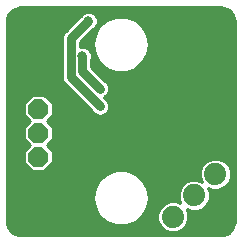
<source format=gbl>
G75*
%MOIN*%
%OFA0B0*%
%FSLAX25Y25*%
%IPPOS*%
%LPD*%
%AMOC8*
5,1,8,0,0,1.08239X$1,22.5*
%
%ADD10OC8,0.06600*%
%ADD11C,0.07400*%
%ADD12C,0.00984*%
%ADD13C,0.03169*%
%ADD14C,0.02953*%
D10*
X0013303Y0029051D03*
X0013303Y0036925D03*
X0013303Y0044799D03*
X0013303Y0052673D03*
D11*
X0058216Y0009004D03*
X0065287Y0016075D03*
X0072358Y0023146D03*
D12*
X0055706Y0004440D02*
X0004233Y0004440D01*
X0003728Y0004946D02*
X0004946Y0003728D01*
X0006537Y0003069D01*
X0007398Y0002984D01*
X0074327Y0002984D01*
X0075188Y0003069D01*
X0076779Y0003728D01*
X0077996Y0004946D01*
X0078655Y0006537D01*
X0078740Y0007398D01*
X0078740Y0074327D01*
X0078655Y0075188D01*
X0077996Y0076779D01*
X0076779Y0077996D01*
X0075188Y0078655D01*
X0074327Y0078740D01*
X0007398Y0078740D01*
X0006537Y0078655D01*
X0004946Y0077996D01*
X0003728Y0076779D01*
X0003069Y0075188D01*
X0002984Y0074327D01*
X0002984Y0007398D01*
X0003069Y0006537D01*
X0003728Y0004946D01*
X0003530Y0005423D02*
X0054476Y0005423D01*
X0053828Y0006071D02*
X0055284Y0004615D01*
X0057186Y0003827D01*
X0059246Y0003827D01*
X0061148Y0004615D01*
X0062604Y0006071D01*
X0063392Y0007974D01*
X0063392Y0010033D01*
X0062781Y0011510D01*
X0064258Y0010898D01*
X0066317Y0010898D01*
X0068219Y0011686D01*
X0069676Y0013142D01*
X0070464Y0015045D01*
X0070464Y0017104D01*
X0069852Y0018581D01*
X0071329Y0017969D01*
X0073388Y0017969D01*
X0075290Y0018757D01*
X0076747Y0020213D01*
X0077535Y0022116D01*
X0077535Y0024175D01*
X0076747Y0026078D01*
X0075290Y0027534D01*
X0073388Y0028322D01*
X0071329Y0028322D01*
X0069426Y0027534D01*
X0067970Y0026078D01*
X0067182Y0024175D01*
X0067182Y0022116D01*
X0067794Y0020639D01*
X0066317Y0021251D01*
X0064258Y0021251D01*
X0062355Y0020463D01*
X0060899Y0019007D01*
X0060111Y0017104D01*
X0060111Y0015045D01*
X0060723Y0013568D01*
X0059246Y0014180D01*
X0057186Y0014180D01*
X0055284Y0013392D01*
X0053828Y0011936D01*
X0053040Y0010033D01*
X0053040Y0007974D01*
X0053828Y0006071D01*
X0053689Y0006406D02*
X0043334Y0006406D01*
X0042480Y0006095D02*
X0045521Y0007202D01*
X0045521Y0007202D01*
X0048000Y0009282D01*
X0048000Y0009282D01*
X0049618Y0012085D01*
X0050180Y0015272D01*
X0049618Y0018459D01*
X0048000Y0021261D01*
X0048000Y0021261D01*
X0045521Y0023341D01*
X0042480Y0024448D01*
X0039244Y0024448D01*
X0036203Y0023341D01*
X0033724Y0021261D01*
X0032106Y0018459D01*
X0032106Y0018459D01*
X0031544Y0015272D01*
X0031544Y0015272D01*
X0032106Y0012085D01*
X0032106Y0012085D01*
X0033724Y0009282D01*
X0036203Y0007202D01*
X0036203Y0007202D01*
X0039244Y0006095D01*
X0041639Y0006095D01*
X0042480Y0006095D01*
X0042480Y0006095D01*
X0045744Y0007389D02*
X0053282Y0007389D01*
X0053040Y0008371D02*
X0046915Y0008371D01*
X0048000Y0009282D02*
X0048000Y0009282D01*
X0048042Y0009354D02*
X0053040Y0009354D01*
X0053166Y0010337D02*
X0048609Y0010337D01*
X0049177Y0011320D02*
X0053573Y0011320D01*
X0054195Y0012303D02*
X0049657Y0012303D01*
X0049618Y0012085D02*
X0049618Y0012085D01*
X0049830Y0013285D02*
X0055177Y0013285D01*
X0050003Y0014268D02*
X0060433Y0014268D01*
X0060111Y0015251D02*
X0050176Y0015251D01*
X0050180Y0015272D02*
X0050180Y0015272D01*
X0050011Y0016234D02*
X0060111Y0016234D01*
X0060157Y0017216D02*
X0049837Y0017216D01*
X0049664Y0018199D02*
X0060564Y0018199D01*
X0061074Y0019182D02*
X0049201Y0019182D01*
X0049618Y0018459D02*
X0049618Y0018459D01*
X0048633Y0020165D02*
X0062057Y0020165D01*
X0064008Y0021147D02*
X0048066Y0021147D01*
X0046964Y0022130D02*
X0067182Y0022130D01*
X0067583Y0021147D02*
X0066567Y0021147D01*
X0067182Y0023113D02*
X0045793Y0023113D01*
X0045521Y0023341D02*
X0045521Y0023341D01*
X0043448Y0024096D02*
X0067182Y0024096D01*
X0067556Y0025078D02*
X0016085Y0025078D01*
X0015282Y0024275D02*
X0018080Y0027073D01*
X0018080Y0031030D01*
X0016121Y0032988D01*
X0018080Y0034947D01*
X0018080Y0038904D01*
X0016121Y0040862D01*
X0018080Y0042821D01*
X0018080Y0046778D01*
X0015282Y0049576D01*
X0011325Y0049576D01*
X0008527Y0046778D01*
X0008527Y0042821D01*
X0010485Y0040862D01*
X0008527Y0038904D01*
X0008527Y0034947D01*
X0010485Y0032988D01*
X0008527Y0031030D01*
X0008527Y0027073D01*
X0011325Y0024275D01*
X0015282Y0024275D01*
X0017068Y0026061D02*
X0067963Y0026061D01*
X0068936Y0027044D02*
X0018051Y0027044D01*
X0018080Y0028027D02*
X0070616Y0028027D01*
X0074101Y0028027D02*
X0078740Y0028027D01*
X0078740Y0029009D02*
X0018080Y0029009D01*
X0018080Y0029992D02*
X0078740Y0029992D01*
X0078740Y0030975D02*
X0018080Y0030975D01*
X0017151Y0031958D02*
X0078740Y0031958D01*
X0078740Y0032941D02*
X0016169Y0032941D01*
X0017056Y0033923D02*
X0078740Y0033923D01*
X0078740Y0034906D02*
X0018039Y0034906D01*
X0018080Y0035889D02*
X0078740Y0035889D01*
X0078740Y0036872D02*
X0018080Y0036872D01*
X0018080Y0037854D02*
X0078740Y0037854D01*
X0078740Y0038837D02*
X0018080Y0038837D01*
X0017163Y0039820D02*
X0078740Y0039820D01*
X0078740Y0040803D02*
X0016180Y0040803D01*
X0017044Y0041785D02*
X0078740Y0041785D01*
X0078740Y0042768D02*
X0034691Y0042768D01*
X0034581Y0042723D02*
X0035706Y0043189D01*
X0036567Y0044050D01*
X0037033Y0045175D01*
X0037033Y0046392D01*
X0036567Y0047517D01*
X0035706Y0048378D01*
X0035446Y0048486D01*
X0035092Y0048840D01*
X0035706Y0049094D01*
X0036567Y0049955D01*
X0037033Y0051080D01*
X0037033Y0052298D01*
X0036567Y0053423D01*
X0035706Y0054284D01*
X0035446Y0054391D01*
X0031020Y0058818D01*
X0031020Y0061647D01*
X0031128Y0061907D01*
X0031128Y0063125D01*
X0030662Y0064249D01*
X0029801Y0065110D01*
X0028676Y0065576D01*
X0027458Y0065576D01*
X0027083Y0065421D01*
X0027083Y0067198D01*
X0031509Y0071624D01*
X0031769Y0071732D01*
X0032630Y0072593D01*
X0033096Y0073718D01*
X0033096Y0074936D01*
X0032630Y0076060D01*
X0031769Y0076921D01*
X0030644Y0077387D01*
X0029427Y0077387D01*
X0028302Y0076921D01*
X0027441Y0076060D01*
X0027333Y0075800D01*
X0022457Y0070924D01*
X0021627Y0070094D01*
X0021177Y0069009D01*
X0021177Y0055039D01*
X0021627Y0053953D01*
X0031270Y0044310D01*
X0031378Y0044050D01*
X0032239Y0043189D01*
X0033364Y0042723D01*
X0034581Y0042723D01*
X0033254Y0042768D02*
X0018027Y0042768D01*
X0018080Y0043751D02*
X0031677Y0043751D01*
X0030846Y0044734D02*
X0018080Y0044734D01*
X0018080Y0045716D02*
X0029864Y0045716D01*
X0028881Y0046699D02*
X0018080Y0046699D01*
X0017175Y0047682D02*
X0027898Y0047682D01*
X0026915Y0048665D02*
X0016192Y0048665D01*
X0021375Y0054561D02*
X0002984Y0054561D01*
X0002984Y0053579D02*
X0022001Y0053579D01*
X0022984Y0052596D02*
X0002984Y0052596D01*
X0002984Y0051613D02*
X0023967Y0051613D01*
X0024950Y0050630D02*
X0002984Y0050630D01*
X0002984Y0049648D02*
X0025933Y0049648D01*
X0021177Y0055544D02*
X0002984Y0055544D01*
X0002984Y0056527D02*
X0021177Y0056527D01*
X0021177Y0057510D02*
X0002984Y0057510D01*
X0002984Y0058492D02*
X0021177Y0058492D01*
X0021177Y0059475D02*
X0002984Y0059475D01*
X0002984Y0060458D02*
X0021177Y0060458D01*
X0021177Y0061441D02*
X0002984Y0061441D01*
X0002984Y0062423D02*
X0021177Y0062423D01*
X0021177Y0063406D02*
X0002984Y0063406D01*
X0002984Y0064389D02*
X0021177Y0064389D01*
X0021177Y0065372D02*
X0002984Y0065372D01*
X0002984Y0066355D02*
X0021177Y0066355D01*
X0021177Y0067337D02*
X0002984Y0067337D01*
X0002984Y0068320D02*
X0021177Y0068320D01*
X0021299Y0069303D02*
X0002984Y0069303D01*
X0002984Y0070286D02*
X0021818Y0070286D01*
X0022801Y0071268D02*
X0002984Y0071268D01*
X0002984Y0072251D02*
X0023784Y0072251D01*
X0024767Y0073234D02*
X0002984Y0073234D01*
X0002984Y0074217D02*
X0025749Y0074217D01*
X0026732Y0075199D02*
X0003074Y0075199D01*
X0003481Y0076182D02*
X0027562Y0076182D01*
X0028890Y0077165D02*
X0004114Y0077165D01*
X0005311Y0078148D02*
X0076413Y0078148D01*
X0077610Y0077165D02*
X0031181Y0077165D01*
X0032508Y0076182D02*
X0078243Y0076182D01*
X0078651Y0075199D02*
X0043661Y0075199D01*
X0042480Y0075629D02*
X0039244Y0075629D01*
X0036203Y0074522D01*
X0033724Y0072442D01*
X0032106Y0069640D01*
X0032106Y0069640D01*
X0031544Y0066453D01*
X0031544Y0066453D01*
X0032106Y0063266D01*
X0032106Y0063266D01*
X0033724Y0060463D01*
X0036203Y0058383D01*
X0036203Y0058383D01*
X0039244Y0057276D01*
X0040085Y0057276D01*
X0042480Y0057276D01*
X0045521Y0058383D01*
X0045521Y0058383D01*
X0048000Y0060463D01*
X0048000Y0060463D01*
X0048000Y0060463D01*
X0049618Y0063266D01*
X0050180Y0066453D01*
X0049618Y0069640D01*
X0048000Y0072442D01*
X0048000Y0072442D01*
X0045521Y0074522D01*
X0042480Y0075629D01*
X0045521Y0074522D02*
X0045521Y0074522D01*
X0045886Y0074217D02*
X0078740Y0074217D01*
X0078740Y0073234D02*
X0047057Y0073234D01*
X0048110Y0072251D02*
X0078740Y0072251D01*
X0078740Y0071268D02*
X0048678Y0071268D01*
X0049245Y0070286D02*
X0078740Y0070286D01*
X0078740Y0069303D02*
X0049678Y0069303D01*
X0049618Y0069640D02*
X0049618Y0069640D01*
X0049851Y0068320D02*
X0078740Y0068320D01*
X0078740Y0067337D02*
X0050024Y0067337D01*
X0050180Y0066453D02*
X0050180Y0066453D01*
X0050163Y0066355D02*
X0078740Y0066355D01*
X0078740Y0065372D02*
X0049990Y0065372D01*
X0049816Y0064389D02*
X0078740Y0064389D01*
X0078740Y0063406D02*
X0049643Y0063406D01*
X0049618Y0063266D02*
X0049618Y0063266D01*
X0049132Y0062423D02*
X0078740Y0062423D01*
X0078740Y0061441D02*
X0048564Y0061441D01*
X0047994Y0060458D02*
X0078740Y0060458D01*
X0078740Y0059475D02*
X0046823Y0059475D01*
X0045651Y0058492D02*
X0078740Y0058492D01*
X0078740Y0057510D02*
X0043121Y0057510D01*
X0038603Y0057510D02*
X0032328Y0057510D01*
X0033310Y0056527D02*
X0078740Y0056527D01*
X0078740Y0055544D02*
X0034293Y0055544D01*
X0035276Y0054561D02*
X0078740Y0054561D01*
X0078740Y0053579D02*
X0036411Y0053579D01*
X0036910Y0052596D02*
X0078740Y0052596D01*
X0078740Y0051613D02*
X0037033Y0051613D01*
X0036847Y0050630D02*
X0078740Y0050630D01*
X0078740Y0049648D02*
X0036259Y0049648D01*
X0035267Y0048665D02*
X0078740Y0048665D01*
X0078740Y0047682D02*
X0036402Y0047682D01*
X0036906Y0046699D02*
X0078740Y0046699D01*
X0078740Y0045716D02*
X0037033Y0045716D01*
X0036850Y0044734D02*
X0078740Y0044734D01*
X0078740Y0043751D02*
X0036268Y0043751D01*
X0036073Y0058492D02*
X0031345Y0058492D01*
X0031020Y0059475D02*
X0034902Y0059475D01*
X0033731Y0060458D02*
X0031020Y0060458D01*
X0031020Y0061441D02*
X0033160Y0061441D01*
X0033724Y0060463D02*
X0033724Y0060463D01*
X0032593Y0062423D02*
X0031128Y0062423D01*
X0031011Y0063406D02*
X0032081Y0063406D01*
X0031908Y0064389D02*
X0030522Y0064389D01*
X0031735Y0065372D02*
X0029170Y0065372D01*
X0027083Y0066355D02*
X0031562Y0066355D01*
X0031700Y0067337D02*
X0027222Y0067337D01*
X0028205Y0068320D02*
X0031874Y0068320D01*
X0032047Y0069303D02*
X0029187Y0069303D01*
X0030170Y0070286D02*
X0032479Y0070286D01*
X0033047Y0071268D02*
X0031153Y0071268D01*
X0032288Y0072251D02*
X0033614Y0072251D01*
X0033724Y0072442D02*
X0033724Y0072442D01*
X0033724Y0072442D01*
X0032896Y0073234D02*
X0034668Y0073234D01*
X0035839Y0074217D02*
X0033096Y0074217D01*
X0032987Y0075199D02*
X0038063Y0075199D01*
X0036203Y0074522D02*
X0036203Y0074522D01*
X0010414Y0048665D02*
X0002984Y0048665D01*
X0002984Y0047682D02*
X0009431Y0047682D01*
X0008527Y0046699D02*
X0002984Y0046699D01*
X0002984Y0045716D02*
X0008527Y0045716D01*
X0008527Y0044734D02*
X0002984Y0044734D01*
X0002984Y0043751D02*
X0008527Y0043751D01*
X0008579Y0042768D02*
X0002984Y0042768D01*
X0002984Y0041785D02*
X0009562Y0041785D01*
X0010426Y0040803D02*
X0002984Y0040803D01*
X0002984Y0039820D02*
X0009443Y0039820D01*
X0008527Y0038837D02*
X0002984Y0038837D01*
X0002984Y0037854D02*
X0008527Y0037854D01*
X0008527Y0036872D02*
X0002984Y0036872D01*
X0002984Y0035889D02*
X0008527Y0035889D01*
X0008567Y0034906D02*
X0002984Y0034906D01*
X0002984Y0033923D02*
X0009550Y0033923D01*
X0010438Y0032941D02*
X0002984Y0032941D01*
X0002984Y0031958D02*
X0009455Y0031958D01*
X0008527Y0030975D02*
X0002984Y0030975D01*
X0002984Y0029992D02*
X0008527Y0029992D01*
X0008527Y0029009D02*
X0002984Y0029009D01*
X0002984Y0028027D02*
X0008527Y0028027D01*
X0008556Y0027044D02*
X0002984Y0027044D01*
X0002984Y0026061D02*
X0009538Y0026061D01*
X0010521Y0025078D02*
X0002984Y0025078D01*
X0002984Y0024096D02*
X0038276Y0024096D01*
X0036203Y0023341D02*
X0036203Y0023341D01*
X0035931Y0023113D02*
X0002984Y0023113D01*
X0002984Y0022130D02*
X0034760Y0022130D01*
X0033724Y0021261D02*
X0033724Y0021261D01*
X0033724Y0021261D01*
X0033659Y0021147D02*
X0002984Y0021147D01*
X0002984Y0020165D02*
X0033091Y0020165D01*
X0032524Y0019182D02*
X0002984Y0019182D01*
X0002984Y0018199D02*
X0032060Y0018199D01*
X0031887Y0017216D02*
X0002984Y0017216D01*
X0002984Y0016234D02*
X0031714Y0016234D01*
X0031548Y0015251D02*
X0002984Y0015251D01*
X0002984Y0014268D02*
X0031721Y0014268D01*
X0031895Y0013285D02*
X0002984Y0013285D01*
X0002984Y0012303D02*
X0032068Y0012303D01*
X0032548Y0011320D02*
X0002984Y0011320D01*
X0002984Y0010337D02*
X0033115Y0010337D01*
X0033683Y0009354D02*
X0002984Y0009354D01*
X0002984Y0008371D02*
X0034810Y0008371D01*
X0035981Y0007389D02*
X0002985Y0007389D01*
X0003123Y0006406D02*
X0038391Y0006406D01*
X0033724Y0009282D02*
X0033724Y0009282D01*
X0060726Y0004440D02*
X0077491Y0004440D01*
X0078194Y0005423D02*
X0061956Y0005423D01*
X0062743Y0006406D02*
X0078601Y0006406D01*
X0078739Y0007389D02*
X0063150Y0007389D01*
X0063392Y0008371D02*
X0078740Y0008371D01*
X0078740Y0009354D02*
X0063392Y0009354D01*
X0063267Y0010337D02*
X0078740Y0010337D01*
X0078740Y0011320D02*
X0067335Y0011320D01*
X0068836Y0012303D02*
X0078740Y0012303D01*
X0078740Y0013285D02*
X0069735Y0013285D01*
X0070142Y0014268D02*
X0078740Y0014268D01*
X0078740Y0015251D02*
X0070464Y0015251D01*
X0070464Y0016234D02*
X0078740Y0016234D01*
X0078740Y0017216D02*
X0070417Y0017216D01*
X0070774Y0018199D02*
X0070010Y0018199D01*
X0073943Y0018199D02*
X0078740Y0018199D01*
X0078740Y0019182D02*
X0075715Y0019182D01*
X0076698Y0020165D02*
X0078740Y0020165D01*
X0078740Y0021147D02*
X0077133Y0021147D01*
X0077535Y0022130D02*
X0078740Y0022130D01*
X0078740Y0023113D02*
X0077535Y0023113D01*
X0077535Y0024096D02*
X0078740Y0024096D01*
X0078740Y0025078D02*
X0077161Y0025078D01*
X0076753Y0026061D02*
X0078740Y0026061D01*
X0078740Y0027044D02*
X0075780Y0027044D01*
X0063240Y0011320D02*
X0062860Y0011320D01*
X0076126Y0003458D02*
X0005598Y0003458D01*
D13*
X0033972Y0045783D03*
X0033972Y0051689D03*
X0028067Y0062516D03*
X0030035Y0074327D03*
D14*
X0024130Y0068421D01*
X0024130Y0055626D01*
X0033972Y0045783D01*
X0033972Y0051689D02*
X0028067Y0057594D01*
X0028067Y0062516D01*
M02*

</source>
